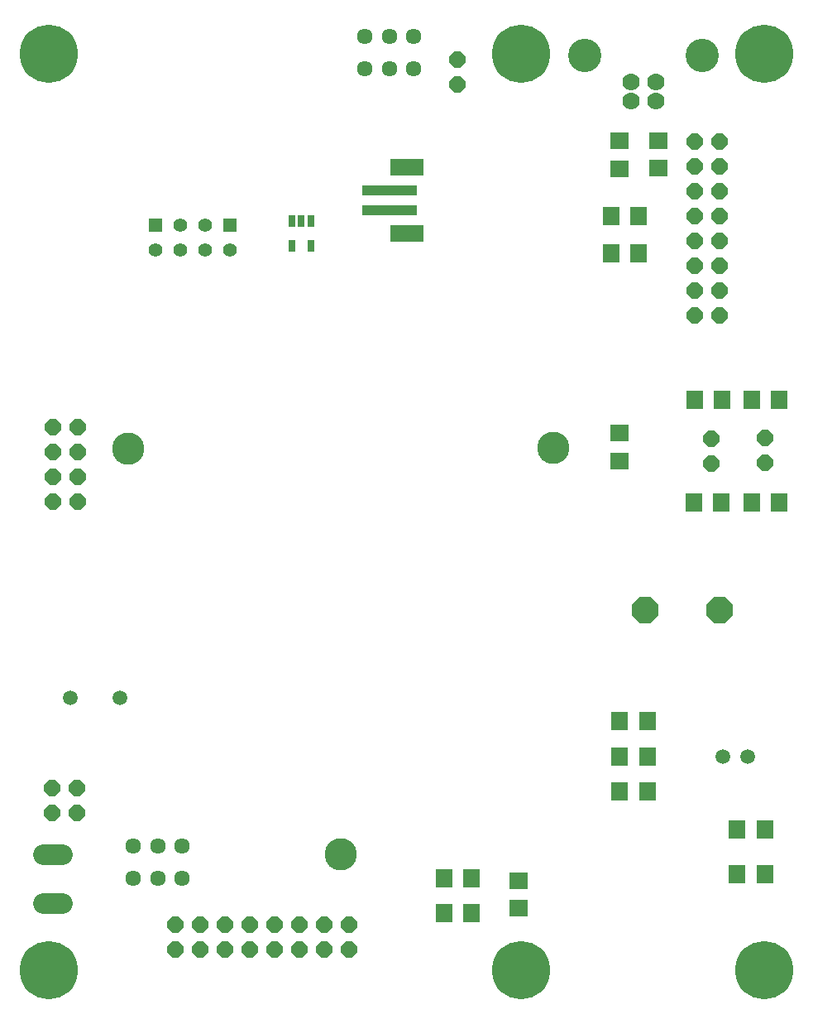
<source format=gbs>
G75*
%MOIN*%
%OFA0B0*%
%FSLAX24Y24*%
%IPPOS*%
%LPD*%
%AMOC8*
5,1,8,0,0,1.08239X$1,22.5*
%
%ADD10C,0.1300*%
%ADD11R,0.0749X0.0670*%
%ADD12R,0.0750X0.0670*%
%ADD13OC8,0.0640*%
%ADD14R,0.2205X0.0434*%
%ADD15R,0.1379X0.0670*%
%ADD16R,0.0257X0.0512*%
%ADD17R,0.0670X0.0750*%
%ADD18R,0.0670X0.0749*%
%ADD19OC8,0.1040*%
%ADD20C,0.0700*%
%ADD21C,0.1340*%
%ADD22C,0.2340*%
%ADD23C,0.0634*%
%ADD24C,0.0591*%
%ADD25C,0.0820*%
%ADD26R,0.0555X0.0555*%
%ADD27C,0.0555*%
D10*
X013572Y006485D03*
X005028Y022824D03*
X022154Y022863D03*
D11*
X020757Y005426D03*
X020757Y004324D03*
D12*
X024831Y022315D03*
X024831Y023435D03*
X024812Y034091D03*
X024812Y035210D03*
X026387Y035226D03*
X026387Y034106D03*
D13*
X027835Y034170D03*
X027835Y035170D03*
X028835Y035170D03*
X028835Y034170D03*
X028835Y033170D03*
X028835Y032170D03*
X027835Y032170D03*
X027835Y033170D03*
X027835Y031170D03*
X027835Y030170D03*
X027835Y029170D03*
X027835Y028170D03*
X028835Y028170D03*
X028835Y029170D03*
X028835Y030170D03*
X028835Y031170D03*
X028532Y023206D03*
X028532Y022206D03*
X030698Y022245D03*
X030698Y023245D03*
X018296Y037481D03*
X018296Y038481D03*
X002969Y023678D03*
X002969Y022678D03*
X001969Y022678D03*
X001969Y023678D03*
X001969Y021678D03*
X001969Y020678D03*
X002969Y020678D03*
X002969Y021678D03*
X002942Y009150D03*
X001957Y009150D03*
X001957Y008150D03*
X002942Y008150D03*
X006922Y003639D03*
X006922Y002639D03*
X007922Y002639D03*
X007922Y003639D03*
X008922Y003639D03*
X008922Y002639D03*
X009922Y002639D03*
X009922Y003639D03*
X010922Y003639D03*
X010922Y002639D03*
X011922Y002639D03*
X011922Y003639D03*
X012922Y003639D03*
X012922Y002639D03*
X013922Y002639D03*
X013922Y003639D03*
D14*
X015540Y032430D03*
X015540Y033217D03*
D15*
X016249Y034162D03*
X016249Y031485D03*
D16*
X012371Y030973D03*
X012371Y031997D03*
X011997Y031997D03*
X011623Y031997D03*
X011623Y030973D03*
D17*
X024469Y030698D03*
X025588Y030698D03*
X025588Y032194D03*
X024469Y032194D03*
X024823Y011839D03*
X025943Y011839D03*
X025943Y010422D03*
X024823Y010422D03*
X024823Y009005D03*
X025943Y009005D03*
X029547Y007469D03*
X030667Y007469D03*
X030667Y005698D03*
X029547Y005698D03*
D18*
X018847Y005501D03*
X018847Y004123D03*
X017745Y004123D03*
X017745Y005501D03*
X027824Y020658D03*
X028926Y020658D03*
X030146Y020658D03*
X031249Y020658D03*
X031249Y024792D03*
X030146Y024792D03*
X028965Y024792D03*
X027863Y024792D03*
D19*
X028851Y016328D03*
X025851Y016328D03*
D20*
X026269Y036807D03*
X026269Y037587D03*
X025284Y037587D03*
X025284Y036807D03*
D21*
X023406Y038657D03*
X028146Y038657D03*
D22*
X001800Y001800D03*
X020855Y001800D03*
X030658Y001800D03*
X030658Y038729D03*
X020855Y038729D03*
X001800Y038729D03*
D23*
X014556Y038119D03*
X015540Y038119D03*
X016524Y038119D03*
X016524Y039418D03*
X015540Y039419D03*
X014556Y039418D03*
X007194Y006820D03*
X006209Y006820D03*
X005225Y006820D03*
X005225Y005520D03*
X006209Y005520D03*
X007194Y005520D03*
D24*
X004690Y012784D03*
X002690Y012784D03*
X028977Y010422D03*
X029977Y010422D03*
D25*
X002347Y006491D02*
X001567Y006491D01*
X001567Y004511D02*
X002347Y004511D01*
D26*
X006121Y031825D03*
X009121Y031825D03*
D27*
X008121Y031825D03*
X008121Y030825D03*
X009121Y030825D03*
X007121Y030825D03*
X007121Y031825D03*
X006121Y030825D03*
M02*

</source>
